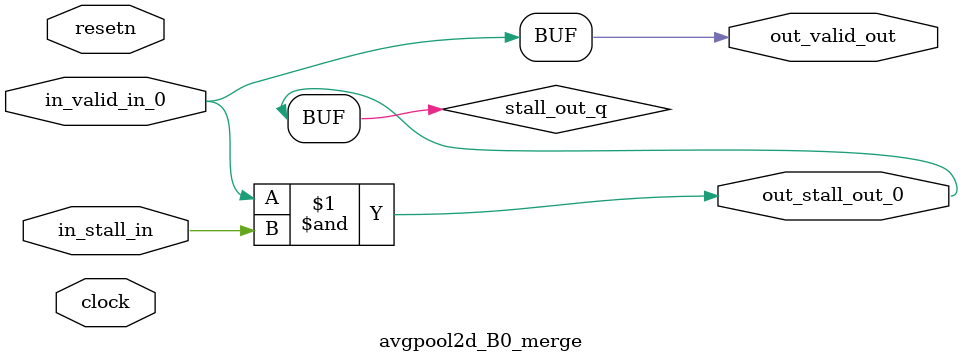
<source format=sv>



(* altera_attribute = "-name AUTO_SHIFT_REGISTER_RECOGNITION OFF; -name MESSAGE_DISABLE 10036; -name MESSAGE_DISABLE 10037; -name MESSAGE_DISABLE 14130; -name MESSAGE_DISABLE 14320; -name MESSAGE_DISABLE 15400; -name MESSAGE_DISABLE 14130; -name MESSAGE_DISABLE 10036; -name MESSAGE_DISABLE 12020; -name MESSAGE_DISABLE 12030; -name MESSAGE_DISABLE 12010; -name MESSAGE_DISABLE 12110; -name MESSAGE_DISABLE 14320; -name MESSAGE_DISABLE 13410; -name MESSAGE_DISABLE 113007; -name MESSAGE_DISABLE 10958" *)
module avgpool2d_B0_merge (
    input wire [0:0] in_stall_in,
    input wire [0:0] in_valid_in_0,
    output wire [0:0] out_stall_out_0,
    output wire [0:0] out_valid_out,
    input wire clock,
    input wire resetn
    );

    wire [0:0] stall_out_q;


    // stall_out(LOGICAL,6)
    assign stall_out_q = in_valid_in_0 & in_stall_in;

    // out_stall_out_0(GPOUT,4)
    assign out_stall_out_0 = stall_out_q;

    // out_valid_out(GPOUT,5)
    assign out_valid_out = in_valid_in_0;

endmodule

</source>
